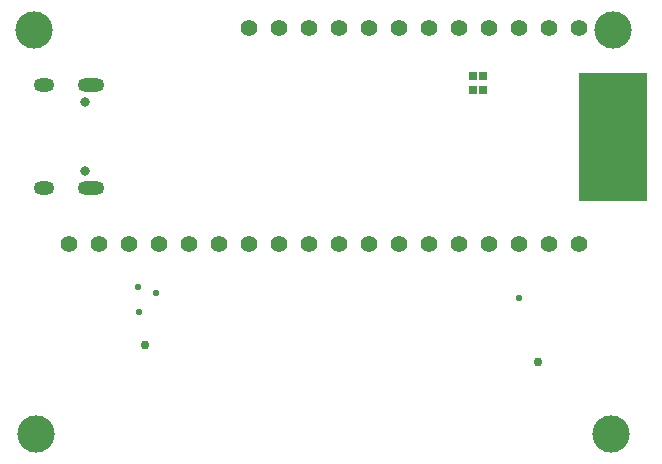
<source format=gbs>
G04*
G04 #@! TF.GenerationSoftware,Altium Limited,Altium Designer,19.0.4 (130)*
G04*
G04 Layer_Color=16711935*
%FSLAX24Y24*%
%MOIN*%
G70*
G01*
G75*
%ADD34R,0.2250X0.4250*%
%ADD52C,0.0560*%
%ADD53C,0.1241*%
%ADD54O,0.0887X0.0454*%
%ADD55O,0.0690X0.0454*%
%ADD56C,0.0316*%
%ADD57C,0.0300*%
%ADD58C,0.0220*%
%ADD72R,0.0257X0.0257*%
D34*
X20025Y-25D02*
D03*
D52*
X6900Y-3600D02*
D03*
X10900Y3600D02*
D03*
X9900D02*
D03*
X15900D02*
D03*
X14900D02*
D03*
X16900D02*
D03*
X18900D02*
D03*
X17900D02*
D03*
X13900D02*
D03*
X11900D02*
D03*
X12900D02*
D03*
X7900D02*
D03*
X8900D02*
D03*
X10900Y-3600D02*
D03*
X9900D02*
D03*
X15900D02*
D03*
X14900D02*
D03*
X16900D02*
D03*
X18900D02*
D03*
X17900D02*
D03*
X13900D02*
D03*
X11900D02*
D03*
X12900D02*
D03*
X7900D02*
D03*
X8900D02*
D03*
X5900D02*
D03*
X4900D02*
D03*
X2900D02*
D03*
X3900D02*
D03*
X1900D02*
D03*
D53*
X750Y3550D02*
D03*
X790Y-9930D02*
D03*
X19960Y-9910D02*
D03*
X20050Y3550D02*
D03*
D54*
X2633Y1703D02*
D03*
Y-1703D02*
D03*
D55*
X1058Y1703D02*
D03*
Y-1703D02*
D03*
D56*
X2436Y-1138D02*
D03*
Y1138D02*
D03*
D57*
X4440Y-6940D02*
D03*
X17538Y-7520D02*
D03*
D58*
X4250Y-5849D02*
D03*
X16900Y-5398D02*
D03*
X4801Y-5209D02*
D03*
X4216Y-5034D02*
D03*
D72*
X15380Y1550D02*
D03*
X15720D02*
D03*
X15380Y2000D02*
D03*
X15720D02*
D03*
M02*

</source>
